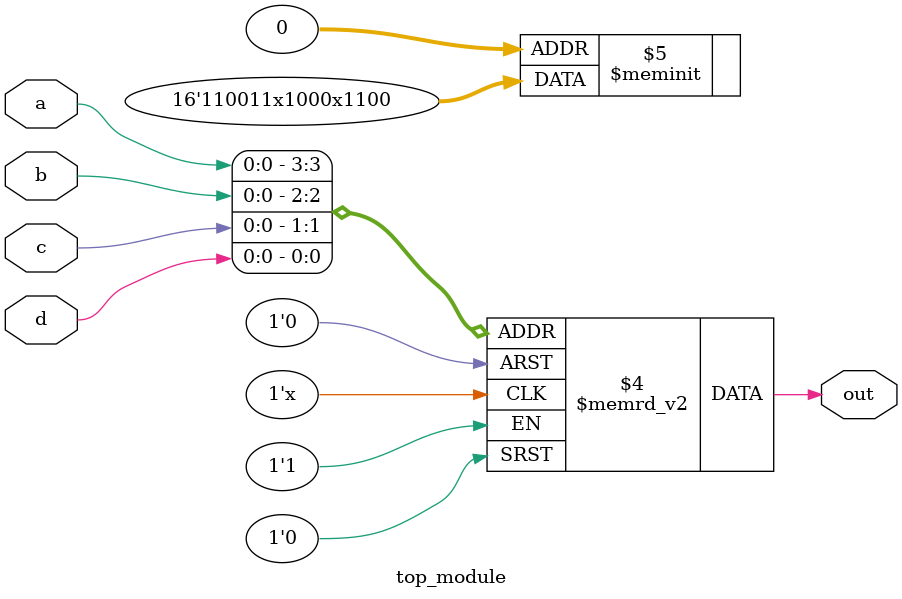
<source format=sv>
module top_module (
    input a, 
    input b,
    input c,
    input d,
    output reg out
);

always @(*) begin
    case ({a, b, c, d})
        4'b0000: out = 0;
        4'b0001: out = 0;
        4'b0011: out = 1;
        4'b0010: out = 1;
        4'b0100: out = 'bx;
        4'b0101: out = 0;
        4'b0111: out = 0;
        4'b0110: out = 0;
        4'b1000: out = 1;
        4'b1001: out = 'bx;
        4'b1111: out = 1;
        4'b1110: out = 1;
        4'b1000: out = 1;
        4'b1001: out = 'bx;
        4'b1011: out = 1;
        4'b1010: out = 1;
        default: out = 0;
    endcase
end

endmodule

</source>
